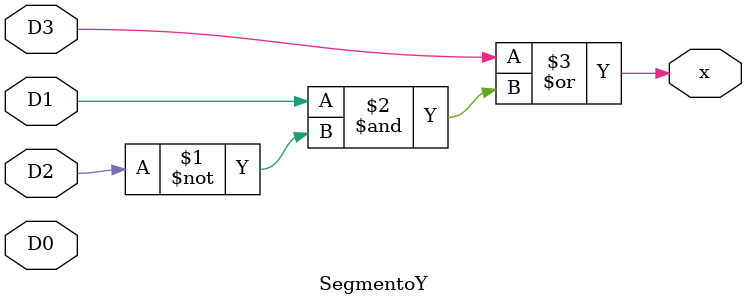
<source format=sv>
module SegmentoY(D0,D1,D2,D3,x);
   input D0,D1,D2,D3;
  output x;
  
  assign x=D3|(D1&~D2);
  
endmodule
</source>
